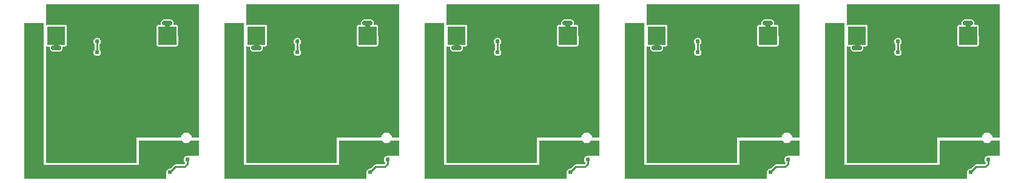
<source format=gbr>
G04 start of page 3 for group 1 idx 1 *
G04 Title: (unknown), bottom *
G04 Creator: pcb 20140316 *
G04 CreationDate: Sun 13 Sep 2020 05:46:49 PM GMT UTC *
G04 For: railfan *
G04 Format: Gerber/RS-274X *
G04 PCB-Dimensions (mil): 5600.00 1200.00 *
G04 PCB-Coordinate-Origin: lower left *
%MOIN*%
%FSLAX25Y25*%
%LNBOTTOM*%
%ADD35C,0.0390*%
%ADD34C,0.0120*%
%ADD33C,0.0310*%
%ADD32C,0.0240*%
%ADD31C,0.0250*%
%ADD30C,0.0100*%
%ADD29C,0.0001*%
G54D29*G36*
X122000Y19500D02*X204169D01*
X204078Y19422D01*
X204045Y19383D01*
X202155Y17494D01*
X202000Y17506D01*
X201686Y17481D01*
X201380Y17408D01*
X201089Y17288D01*
X200821Y17123D01*
X200581Y16919D01*
X200377Y16679D01*
X200212Y16411D01*
X200092Y16120D01*
X200019Y15814D01*
X199994Y15500D01*
X200000Y15422D01*
Y12000D01*
X122000D01*
Y19500D01*
G37*
G36*
X232000D02*X314169D01*
X314078Y19422D01*
X314045Y19383D01*
X312155Y17494D01*
X312000Y17506D01*
X311686Y17481D01*
X311380Y17408D01*
X311089Y17288D01*
X310821Y17123D01*
X310581Y16919D01*
X310377Y16679D01*
X310212Y16411D01*
X310092Y16120D01*
X310019Y15814D01*
X309994Y15500D01*
X310000Y15422D01*
Y12000D01*
X232000D01*
Y19500D01*
G37*
G36*
X452000D02*X534169D01*
X534078Y19422D01*
X534045Y19383D01*
X532155Y17494D01*
X532000Y17506D01*
X531686Y17481D01*
X531380Y17408D01*
X531089Y17288D01*
X530821Y17123D01*
X530581Y16919D01*
X530377Y16679D01*
X530212Y16411D01*
X530092Y16120D01*
X530019Y15814D01*
X529994Y15500D01*
X530000Y15422D01*
Y12000D01*
X452000D01*
Y19500D01*
G37*
G36*
X310512Y108000D02*X328000D01*
Y34500D01*
X323950D01*
X323923Y34963D01*
X323814Y35414D01*
X323637Y35843D01*
X323394Y36239D01*
X323092Y36592D01*
X322739Y36894D01*
X322343Y37137D01*
X321914Y37314D01*
X321463Y37423D01*
X321000Y37459D01*
X320537Y37423D01*
X320086Y37314D01*
X319657Y37137D01*
X319261Y36894D01*
X318908Y36592D01*
X318606Y36239D01*
X318363Y35843D01*
X318186Y35414D01*
X318077Y34963D01*
X318041Y34500D01*
X310512D01*
Y84752D01*
X315590Y84757D01*
X315743Y84794D01*
X315889Y84854D01*
X316023Y84936D01*
X316143Y85039D01*
X316245Y85158D01*
X316327Y85292D01*
X316387Y85438D01*
X316424Y85591D01*
X316433Y85748D01*
X316424Y95748D01*
X316387Y95901D01*
X316327Y96046D01*
X316245Y96180D01*
X316143Y96300D01*
X316023Y96402D01*
X315889Y96485D01*
X315743Y96545D01*
X315590Y96582D01*
X315433Y96591D01*
X313842Y96589D01*
X313956Y96865D01*
X314031Y97178D01*
X314056Y97500D01*
X314031Y97822D01*
X313956Y98135D01*
X313832Y98434D01*
X313664Y98709D01*
X313454Y98954D01*
X313209Y99164D01*
X312934Y99332D01*
X312635Y99456D01*
X312322Y99531D01*
X312000Y99550D01*
X310580D01*
X310512Y99555D01*
Y108000D01*
G37*
G36*
X271997D02*X310512D01*
Y99555D01*
X310500Y99556D01*
X310420Y99550D01*
X309000D01*
X308678Y99531D01*
X308365Y99456D01*
X308066Y99332D01*
X307791Y99164D01*
X307546Y98954D01*
X307336Y98709D01*
X307168Y98434D01*
X307044Y98135D01*
X306969Y97822D01*
X306944Y97500D01*
X306969Y97178D01*
X307044Y96865D01*
X307161Y96583D01*
X305433Y96582D01*
X305280Y96545D01*
X305135Y96485D01*
X305001Y96402D01*
X304881Y96300D01*
X304779Y96180D01*
X304697Y96046D01*
X304636Y95901D01*
X304600Y95748D01*
X304590Y95591D01*
X304600Y85591D01*
X304636Y85438D01*
X304697Y85292D01*
X304779Y85158D01*
X304881Y85039D01*
X305001Y84936D01*
X305135Y84854D01*
X305280Y84794D01*
X305433Y84757D01*
X305590Y84748D01*
X310512Y84752D01*
Y34500D01*
X293500D01*
Y20500D01*
X271997D01*
Y79494D01*
X272000Y79494D01*
X272314Y79519D01*
X272620Y79592D01*
X272911Y79712D01*
X273179Y79877D01*
X273419Y80081D01*
X273623Y80321D01*
X273788Y80589D01*
X273908Y80880D01*
X273981Y81186D01*
X274000Y81500D01*
X273981Y81814D01*
X273908Y82120D01*
X273788Y82411D01*
X273623Y82679D01*
X273419Y82919D01*
X273300Y83020D01*
Y85980D01*
X273419Y86081D01*
X273623Y86321D01*
X273788Y86589D01*
X273908Y86880D01*
X273981Y87186D01*
X274000Y87500D01*
X273981Y87814D01*
X273908Y88120D01*
X273788Y88411D01*
X273623Y88679D01*
X273419Y88919D01*
X273179Y89123D01*
X272911Y89288D01*
X272620Y89408D01*
X272314Y89481D01*
X272000Y89506D01*
X271997Y89506D01*
Y108000D01*
G37*
G36*
X244000D02*X271997D01*
Y89506D01*
X271686Y89481D01*
X271380Y89408D01*
X271089Y89288D01*
X270821Y89123D01*
X270581Y88919D01*
X270377Y88679D01*
X270212Y88411D01*
X270092Y88120D01*
X270019Y87814D01*
X269994Y87500D01*
X270019Y87186D01*
X270092Y86880D01*
X270212Y86589D01*
X270377Y86321D01*
X270581Y86081D01*
X270700Y85980D01*
Y83020D01*
X270581Y82919D01*
X270377Y82679D01*
X270212Y82411D01*
X270092Y82120D01*
X270019Y81814D01*
X269994Y81500D01*
X270019Y81186D01*
X270092Y80880D01*
X270212Y80589D01*
X270377Y80321D01*
X270581Y80081D01*
X270821Y79877D01*
X271089Y79712D01*
X271380Y79592D01*
X271686Y79519D01*
X271997Y79494D01*
Y20500D01*
X244000D01*
Y84922D01*
X244111Y84854D01*
X244257Y84794D01*
X244410Y84757D01*
X244567Y84748D01*
X246091Y84749D01*
X246044Y84635D01*
X245969Y84322D01*
X245944Y84000D01*
X245969Y83678D01*
X246044Y83365D01*
X246168Y83066D01*
X246336Y82791D01*
X246546Y82546D01*
X246791Y82336D01*
X247066Y82168D01*
X247365Y82044D01*
X247678Y81969D01*
X248000Y81950D01*
X249420D01*
X249500Y81944D01*
X249580Y81950D01*
X251000D01*
X251322Y81969D01*
X251635Y82044D01*
X251934Y82168D01*
X252209Y82336D01*
X252454Y82546D01*
X252664Y82791D01*
X252832Y83066D01*
X252956Y83365D01*
X253031Y83678D01*
X253056Y84000D01*
X253031Y84322D01*
X252956Y84635D01*
X252906Y84756D01*
X254567Y84757D01*
X254720Y84794D01*
X254865Y84854D01*
X254999Y84936D01*
X255119Y85039D01*
X255221Y85158D01*
X255303Y85292D01*
X255364Y85438D01*
X255400Y85591D01*
X255410Y85748D01*
X255400Y95748D01*
X255364Y95901D01*
X255303Y96046D01*
X255221Y96180D01*
X255119Y96300D01*
X254999Y96402D01*
X254865Y96485D01*
X254720Y96545D01*
X254567Y96582D01*
X254410Y96591D01*
X244410Y96582D01*
X244257Y96545D01*
X244111Y96485D01*
X244000Y96416D01*
Y108000D01*
G37*
G36*
X328000Y33000D02*Y24500D01*
X321578D01*
X321500Y24506D01*
X321422Y24500D01*
X295000D01*
Y33000D01*
X318459D01*
X318606Y32761D01*
X318908Y32408D01*
X319261Y32106D01*
X319657Y31863D01*
X320086Y31686D01*
X320537Y31577D01*
X321000Y31541D01*
X321463Y31577D01*
X321914Y31686D01*
X322343Y31863D01*
X322739Y32106D01*
X323092Y32408D01*
X323394Y32761D01*
X323541Y33000D01*
X328000D01*
G37*
G36*
X321500Y25500D02*Y24506D01*
X321186Y24481D01*
X320880Y24408D01*
X320589Y24288D01*
X320321Y24123D01*
X320081Y23919D01*
X319877Y23679D01*
X319712Y23411D01*
X319592Y23120D01*
X319519Y22814D01*
X319494Y22500D01*
X319519Y22186D01*
X319592Y21880D01*
X319712Y21589D01*
X319877Y21321D01*
X320081Y21081D01*
X320200Y20980D01*
Y20538D01*
X319462Y19800D01*
X315051D01*
X315000Y19804D01*
X314796Y19788D01*
X314597Y19740D01*
X314408Y19662D01*
X314234Y19555D01*
X314233Y19555D01*
X314078Y19422D01*
X314045Y19383D01*
X312162Y17500D01*
X312078D01*
X312000Y17506D01*
X311922Y17500D01*
X295000D01*
Y25500D01*
X321500D01*
G37*
G36*
X232000Y12000D02*Y97500D01*
X242500D01*
Y12000D01*
X232000D01*
G37*
G36*
X420512Y108000D02*X438000D01*
Y34500D01*
X433950D01*
X433923Y34963D01*
X433814Y35414D01*
X433637Y35843D01*
X433394Y36239D01*
X433092Y36592D01*
X432739Y36894D01*
X432343Y37137D01*
X431914Y37314D01*
X431463Y37423D01*
X431000Y37459D01*
X430537Y37423D01*
X430086Y37314D01*
X429657Y37137D01*
X429261Y36894D01*
X428908Y36592D01*
X428606Y36239D01*
X428363Y35843D01*
X428186Y35414D01*
X428077Y34963D01*
X428041Y34500D01*
X420512D01*
Y84752D01*
X425590Y84757D01*
X425743Y84794D01*
X425889Y84854D01*
X426023Y84936D01*
X426143Y85039D01*
X426245Y85158D01*
X426327Y85292D01*
X426387Y85438D01*
X426424Y85591D01*
X426433Y85748D01*
X426424Y95748D01*
X426387Y95901D01*
X426327Y96046D01*
X426245Y96180D01*
X426143Y96300D01*
X426023Y96402D01*
X425889Y96485D01*
X425743Y96545D01*
X425590Y96582D01*
X425433Y96591D01*
X423842Y96589D01*
X423956Y96865D01*
X424031Y97178D01*
X424056Y97500D01*
X424031Y97822D01*
X423956Y98135D01*
X423832Y98434D01*
X423664Y98709D01*
X423454Y98954D01*
X423209Y99164D01*
X422934Y99332D01*
X422635Y99456D01*
X422322Y99531D01*
X422000Y99550D01*
X420580D01*
X420512Y99555D01*
Y108000D01*
G37*
G36*
X381997D02*X420512D01*
Y99555D01*
X420500Y99556D01*
X420420Y99550D01*
X419000D01*
X418678Y99531D01*
X418365Y99456D01*
X418066Y99332D01*
X417791Y99164D01*
X417546Y98954D01*
X417336Y98709D01*
X417168Y98434D01*
X417044Y98135D01*
X416969Y97822D01*
X416944Y97500D01*
X416969Y97178D01*
X417044Y96865D01*
X417161Y96583D01*
X415433Y96582D01*
X415280Y96545D01*
X415135Y96485D01*
X415001Y96402D01*
X414881Y96300D01*
X414779Y96180D01*
X414697Y96046D01*
X414636Y95901D01*
X414600Y95748D01*
X414590Y95591D01*
X414600Y85591D01*
X414636Y85438D01*
X414697Y85292D01*
X414779Y85158D01*
X414881Y85039D01*
X415001Y84936D01*
X415135Y84854D01*
X415280Y84794D01*
X415433Y84757D01*
X415590Y84748D01*
X420512Y84752D01*
Y34500D01*
X403500D01*
Y20500D01*
X381997D01*
Y79494D01*
X382000Y79494D01*
X382314Y79519D01*
X382620Y79592D01*
X382911Y79712D01*
X383179Y79877D01*
X383419Y80081D01*
X383623Y80321D01*
X383788Y80589D01*
X383908Y80880D01*
X383981Y81186D01*
X384000Y81500D01*
X383981Y81814D01*
X383908Y82120D01*
X383788Y82411D01*
X383623Y82679D01*
X383419Y82919D01*
X383300Y83020D01*
Y85980D01*
X383419Y86081D01*
X383623Y86321D01*
X383788Y86589D01*
X383908Y86880D01*
X383981Y87186D01*
X384000Y87500D01*
X383981Y87814D01*
X383908Y88120D01*
X383788Y88411D01*
X383623Y88679D01*
X383419Y88919D01*
X383179Y89123D01*
X382911Y89288D01*
X382620Y89408D01*
X382314Y89481D01*
X382000Y89506D01*
X381997Y89506D01*
Y108000D01*
G37*
G36*
X354000D02*X381997D01*
Y89506D01*
X381686Y89481D01*
X381380Y89408D01*
X381089Y89288D01*
X380821Y89123D01*
X380581Y88919D01*
X380377Y88679D01*
X380212Y88411D01*
X380092Y88120D01*
X380019Y87814D01*
X379994Y87500D01*
X380019Y87186D01*
X380092Y86880D01*
X380212Y86589D01*
X380377Y86321D01*
X380581Y86081D01*
X380700Y85980D01*
Y83020D01*
X380581Y82919D01*
X380377Y82679D01*
X380212Y82411D01*
X380092Y82120D01*
X380019Y81814D01*
X379994Y81500D01*
X380019Y81186D01*
X380092Y80880D01*
X380212Y80589D01*
X380377Y80321D01*
X380581Y80081D01*
X380821Y79877D01*
X381089Y79712D01*
X381380Y79592D01*
X381686Y79519D01*
X381997Y79494D01*
Y20500D01*
X354000D01*
Y84922D01*
X354111Y84854D01*
X354257Y84794D01*
X354410Y84757D01*
X354567Y84748D01*
X356091Y84749D01*
X356044Y84635D01*
X355969Y84322D01*
X355944Y84000D01*
X355969Y83678D01*
X356044Y83365D01*
X356168Y83066D01*
X356336Y82791D01*
X356546Y82546D01*
X356791Y82336D01*
X357066Y82168D01*
X357365Y82044D01*
X357678Y81969D01*
X358000Y81950D01*
X359420D01*
X359500Y81944D01*
X359580Y81950D01*
X361000D01*
X361322Y81969D01*
X361635Y82044D01*
X361934Y82168D01*
X362209Y82336D01*
X362454Y82546D01*
X362664Y82791D01*
X362832Y83066D01*
X362956Y83365D01*
X363031Y83678D01*
X363056Y84000D01*
X363031Y84322D01*
X362956Y84635D01*
X362906Y84756D01*
X364567Y84757D01*
X364720Y84794D01*
X364865Y84854D01*
X364999Y84936D01*
X365119Y85039D01*
X365221Y85158D01*
X365303Y85292D01*
X365364Y85438D01*
X365400Y85591D01*
X365410Y85748D01*
X365400Y95748D01*
X365364Y95901D01*
X365303Y96046D01*
X365221Y96180D01*
X365119Y96300D01*
X364999Y96402D01*
X364865Y96485D01*
X364720Y96545D01*
X364567Y96582D01*
X364410Y96591D01*
X354410Y96582D01*
X354257Y96545D01*
X354111Y96485D01*
X354000Y96416D01*
Y108000D01*
G37*
G36*
X342000Y12000D02*Y97500D01*
X352500D01*
Y12000D01*
X342000D01*
G37*
G36*
Y19500D02*X424169D01*
X424078Y19422D01*
X424045Y19383D01*
X422155Y17494D01*
X422000Y17506D01*
X421686Y17481D01*
X421380Y17408D01*
X421089Y17288D01*
X420821Y17123D01*
X420581Y16919D01*
X420377Y16679D01*
X420212Y16411D01*
X420092Y16120D01*
X420019Y15814D01*
X419994Y15500D01*
X420000Y15422D01*
Y12000D01*
X342000D01*
Y19500D01*
G37*
G36*
X438000Y33000D02*Y24500D01*
X431578D01*
X431500Y24506D01*
X431422Y24500D01*
X405000D01*
Y33000D01*
X428459D01*
X428606Y32761D01*
X428908Y32408D01*
X429261Y32106D01*
X429657Y31863D01*
X430086Y31686D01*
X430537Y31577D01*
X431000Y31541D01*
X431463Y31577D01*
X431914Y31686D01*
X432343Y31863D01*
X432739Y32106D01*
X433092Y32408D01*
X433394Y32761D01*
X433541Y33000D01*
X438000D01*
G37*
G36*
X431500Y25500D02*Y24506D01*
X431186Y24481D01*
X430880Y24408D01*
X430589Y24288D01*
X430321Y24123D01*
X430081Y23919D01*
X429877Y23679D01*
X429712Y23411D01*
X429592Y23120D01*
X429519Y22814D01*
X429494Y22500D01*
X429519Y22186D01*
X429592Y21880D01*
X429712Y21589D01*
X429877Y21321D01*
X430081Y21081D01*
X430200Y20980D01*
Y20538D01*
X429462Y19800D01*
X425051D01*
X425000Y19804D01*
X424796Y19788D01*
X424597Y19740D01*
X424408Y19662D01*
X424234Y19555D01*
X424233Y19555D01*
X424078Y19422D01*
X424045Y19383D01*
X422162Y17500D01*
X422078D01*
X422000Y17506D01*
X421922Y17500D01*
X405000D01*
Y25500D01*
X431500D01*
G37*
G36*
X530512Y108000D02*X548000D01*
Y34500D01*
X543950D01*
X543923Y34963D01*
X543814Y35414D01*
X543637Y35843D01*
X543394Y36239D01*
X543092Y36592D01*
X542739Y36894D01*
X542343Y37137D01*
X541914Y37314D01*
X541463Y37423D01*
X541000Y37459D01*
X540537Y37423D01*
X540086Y37314D01*
X539657Y37137D01*
X539261Y36894D01*
X538908Y36592D01*
X538606Y36239D01*
X538363Y35843D01*
X538186Y35414D01*
X538077Y34963D01*
X538041Y34500D01*
X530512D01*
Y84752D01*
X535590Y84757D01*
X535743Y84794D01*
X535889Y84854D01*
X536023Y84936D01*
X536143Y85039D01*
X536245Y85158D01*
X536327Y85292D01*
X536387Y85438D01*
X536424Y85591D01*
X536433Y85748D01*
X536424Y95748D01*
X536387Y95901D01*
X536327Y96046D01*
X536245Y96180D01*
X536143Y96300D01*
X536023Y96402D01*
X535889Y96485D01*
X535743Y96545D01*
X535590Y96582D01*
X535433Y96591D01*
X533842Y96589D01*
X533956Y96865D01*
X534031Y97178D01*
X534056Y97500D01*
X534031Y97822D01*
X533956Y98135D01*
X533832Y98434D01*
X533664Y98709D01*
X533454Y98954D01*
X533209Y99164D01*
X532934Y99332D01*
X532635Y99456D01*
X532322Y99531D01*
X532000Y99550D01*
X530580D01*
X530512Y99555D01*
Y108000D01*
G37*
G36*
X491997D02*X530512D01*
Y99555D01*
X530500Y99556D01*
X530420Y99550D01*
X529000D01*
X528678Y99531D01*
X528365Y99456D01*
X528066Y99332D01*
X527791Y99164D01*
X527546Y98954D01*
X527336Y98709D01*
X527168Y98434D01*
X527044Y98135D01*
X526969Y97822D01*
X526944Y97500D01*
X526969Y97178D01*
X527044Y96865D01*
X527161Y96583D01*
X525433Y96582D01*
X525280Y96545D01*
X525135Y96485D01*
X525001Y96402D01*
X524881Y96300D01*
X524779Y96180D01*
X524697Y96046D01*
X524636Y95901D01*
X524600Y95748D01*
X524590Y95591D01*
X524600Y85591D01*
X524636Y85438D01*
X524697Y85292D01*
X524779Y85158D01*
X524881Y85039D01*
X525001Y84936D01*
X525135Y84854D01*
X525280Y84794D01*
X525433Y84757D01*
X525590Y84748D01*
X530512Y84752D01*
Y34500D01*
X513500D01*
Y20500D01*
X491997D01*
Y79494D01*
X492000Y79494D01*
X492314Y79519D01*
X492620Y79592D01*
X492911Y79712D01*
X493179Y79877D01*
X493419Y80081D01*
X493623Y80321D01*
X493788Y80589D01*
X493908Y80880D01*
X493981Y81186D01*
X494000Y81500D01*
X493981Y81814D01*
X493908Y82120D01*
X493788Y82411D01*
X493623Y82679D01*
X493419Y82919D01*
X493300Y83020D01*
Y85980D01*
X493419Y86081D01*
X493623Y86321D01*
X493788Y86589D01*
X493908Y86880D01*
X493981Y87186D01*
X494000Y87500D01*
X493981Y87814D01*
X493908Y88120D01*
X493788Y88411D01*
X493623Y88679D01*
X493419Y88919D01*
X493179Y89123D01*
X492911Y89288D01*
X492620Y89408D01*
X492314Y89481D01*
X492000Y89506D01*
X491997Y89506D01*
Y108000D01*
G37*
G36*
X464000D02*X491997D01*
Y89506D01*
X491686Y89481D01*
X491380Y89408D01*
X491089Y89288D01*
X490821Y89123D01*
X490581Y88919D01*
X490377Y88679D01*
X490212Y88411D01*
X490092Y88120D01*
X490019Y87814D01*
X489994Y87500D01*
X490019Y87186D01*
X490092Y86880D01*
X490212Y86589D01*
X490377Y86321D01*
X490581Y86081D01*
X490700Y85980D01*
Y83020D01*
X490581Y82919D01*
X490377Y82679D01*
X490212Y82411D01*
X490092Y82120D01*
X490019Y81814D01*
X489994Y81500D01*
X490019Y81186D01*
X490092Y80880D01*
X490212Y80589D01*
X490377Y80321D01*
X490581Y80081D01*
X490821Y79877D01*
X491089Y79712D01*
X491380Y79592D01*
X491686Y79519D01*
X491997Y79494D01*
Y20500D01*
X464000D01*
Y84922D01*
X464111Y84854D01*
X464257Y84794D01*
X464410Y84757D01*
X464567Y84748D01*
X466091Y84749D01*
X466044Y84635D01*
X465969Y84322D01*
X465944Y84000D01*
X465969Y83678D01*
X466044Y83365D01*
X466168Y83066D01*
X466336Y82791D01*
X466546Y82546D01*
X466791Y82336D01*
X467066Y82168D01*
X467365Y82044D01*
X467678Y81969D01*
X468000Y81950D01*
X469420D01*
X469500Y81944D01*
X469580Y81950D01*
X471000D01*
X471322Y81969D01*
X471635Y82044D01*
X471934Y82168D01*
X472209Y82336D01*
X472454Y82546D01*
X472664Y82791D01*
X472832Y83066D01*
X472956Y83365D01*
X473031Y83678D01*
X473056Y84000D01*
X473031Y84322D01*
X472956Y84635D01*
X472906Y84756D01*
X474567Y84757D01*
X474720Y84794D01*
X474865Y84854D01*
X474999Y84936D01*
X475119Y85039D01*
X475221Y85158D01*
X475303Y85292D01*
X475364Y85438D01*
X475400Y85591D01*
X475410Y85748D01*
X475400Y95748D01*
X475364Y95901D01*
X475303Y96046D01*
X475221Y96180D01*
X475119Y96300D01*
X474999Y96402D01*
X474865Y96485D01*
X474720Y96545D01*
X474567Y96582D01*
X474410Y96591D01*
X464410Y96582D01*
X464257Y96545D01*
X464111Y96485D01*
X464000Y96416D01*
Y108000D01*
G37*
G36*
X548000Y33000D02*Y24500D01*
X541578D01*
X541500Y24506D01*
X541422Y24500D01*
X515000D01*
Y33000D01*
X538459D01*
X538606Y32761D01*
X538908Y32408D01*
X539261Y32106D01*
X539657Y31863D01*
X540086Y31686D01*
X540537Y31577D01*
X541000Y31541D01*
X541463Y31577D01*
X541914Y31686D01*
X542343Y31863D01*
X542739Y32106D01*
X543092Y32408D01*
X543394Y32761D01*
X543541Y33000D01*
X548000D01*
G37*
G36*
X541500Y25500D02*Y24506D01*
X541186Y24481D01*
X540880Y24408D01*
X540589Y24288D01*
X540321Y24123D01*
X540081Y23919D01*
X539877Y23679D01*
X539712Y23411D01*
X539592Y23120D01*
X539519Y22814D01*
X539494Y22500D01*
X539519Y22186D01*
X539592Y21880D01*
X539712Y21589D01*
X539877Y21321D01*
X540081Y21081D01*
X540200Y20980D01*
Y20538D01*
X539462Y19800D01*
X535051D01*
X535000Y19804D01*
X534796Y19788D01*
X534597Y19740D01*
X534408Y19662D01*
X534234Y19555D01*
X534233Y19555D01*
X534078Y19422D01*
X534045Y19383D01*
X532162Y17500D01*
X532078D01*
X532000Y17506D01*
X531922Y17500D01*
X515000D01*
Y25500D01*
X541500D01*
G37*
G36*
X452000Y12000D02*Y97500D01*
X462500D01*
Y12000D01*
X452000D01*
G37*
G36*
X200512Y108000D02*X218000D01*
Y34500D01*
X213950D01*
X213923Y34963D01*
X213814Y35414D01*
X213637Y35843D01*
X213394Y36239D01*
X213092Y36592D01*
X212739Y36894D01*
X212343Y37137D01*
X211914Y37314D01*
X211463Y37423D01*
X211000Y37459D01*
X210537Y37423D01*
X210086Y37314D01*
X209657Y37137D01*
X209261Y36894D01*
X208908Y36592D01*
X208606Y36239D01*
X208363Y35843D01*
X208186Y35414D01*
X208077Y34963D01*
X208041Y34500D01*
X200512D01*
Y84752D01*
X205590Y84757D01*
X205743Y84794D01*
X205889Y84854D01*
X206023Y84936D01*
X206143Y85039D01*
X206245Y85158D01*
X206327Y85292D01*
X206387Y85438D01*
X206424Y85591D01*
X206433Y85748D01*
X206424Y95748D01*
X206387Y95901D01*
X206327Y96046D01*
X206245Y96180D01*
X206143Y96300D01*
X206023Y96402D01*
X205889Y96485D01*
X205743Y96545D01*
X205590Y96582D01*
X205433Y96591D01*
X203842Y96589D01*
X203956Y96865D01*
X204031Y97178D01*
X204056Y97500D01*
X204031Y97822D01*
X203956Y98135D01*
X203832Y98434D01*
X203664Y98709D01*
X203454Y98954D01*
X203209Y99164D01*
X202934Y99332D01*
X202635Y99456D01*
X202322Y99531D01*
X202000Y99550D01*
X200580D01*
X200512Y99555D01*
Y108000D01*
G37*
G36*
X161997D02*X200512D01*
Y99555D01*
X200500Y99556D01*
X200420Y99550D01*
X199000D01*
X198678Y99531D01*
X198365Y99456D01*
X198066Y99332D01*
X197791Y99164D01*
X197546Y98954D01*
X197336Y98709D01*
X197168Y98434D01*
X197044Y98135D01*
X196969Y97822D01*
X196944Y97500D01*
X196969Y97178D01*
X197044Y96865D01*
X197161Y96583D01*
X195433Y96582D01*
X195280Y96545D01*
X195135Y96485D01*
X195001Y96402D01*
X194881Y96300D01*
X194779Y96180D01*
X194697Y96046D01*
X194636Y95901D01*
X194600Y95748D01*
X194590Y95591D01*
X194600Y85591D01*
X194636Y85438D01*
X194697Y85292D01*
X194779Y85158D01*
X194881Y85039D01*
X195001Y84936D01*
X195135Y84854D01*
X195280Y84794D01*
X195433Y84757D01*
X195590Y84748D01*
X200512Y84752D01*
Y34500D01*
X183500D01*
Y20500D01*
X161997D01*
Y79494D01*
X162000Y79494D01*
X162314Y79519D01*
X162620Y79592D01*
X162911Y79712D01*
X163179Y79877D01*
X163419Y80081D01*
X163623Y80321D01*
X163788Y80589D01*
X163908Y80880D01*
X163981Y81186D01*
X164000Y81500D01*
X163981Y81814D01*
X163908Y82120D01*
X163788Y82411D01*
X163623Y82679D01*
X163419Y82919D01*
X163300Y83020D01*
Y85980D01*
X163419Y86081D01*
X163623Y86321D01*
X163788Y86589D01*
X163908Y86880D01*
X163981Y87186D01*
X164000Y87500D01*
X163981Y87814D01*
X163908Y88120D01*
X163788Y88411D01*
X163623Y88679D01*
X163419Y88919D01*
X163179Y89123D01*
X162911Y89288D01*
X162620Y89408D01*
X162314Y89481D01*
X162000Y89506D01*
X161997Y89506D01*
Y108000D01*
G37*
G36*
X134000D02*X161997D01*
Y89506D01*
X161686Y89481D01*
X161380Y89408D01*
X161089Y89288D01*
X160821Y89123D01*
X160581Y88919D01*
X160377Y88679D01*
X160212Y88411D01*
X160092Y88120D01*
X160019Y87814D01*
X159994Y87500D01*
X160019Y87186D01*
X160092Y86880D01*
X160212Y86589D01*
X160377Y86321D01*
X160581Y86081D01*
X160700Y85980D01*
Y83020D01*
X160581Y82919D01*
X160377Y82679D01*
X160212Y82411D01*
X160092Y82120D01*
X160019Y81814D01*
X159994Y81500D01*
X160019Y81186D01*
X160092Y80880D01*
X160212Y80589D01*
X160377Y80321D01*
X160581Y80081D01*
X160821Y79877D01*
X161089Y79712D01*
X161380Y79592D01*
X161686Y79519D01*
X161997Y79494D01*
Y20500D01*
X134000D01*
Y84922D01*
X134111Y84854D01*
X134257Y84794D01*
X134410Y84757D01*
X134567Y84748D01*
X136091Y84749D01*
X136044Y84635D01*
X135969Y84322D01*
X135944Y84000D01*
X135969Y83678D01*
X136044Y83365D01*
X136168Y83066D01*
X136336Y82791D01*
X136546Y82546D01*
X136791Y82336D01*
X137066Y82168D01*
X137365Y82044D01*
X137678Y81969D01*
X138000Y81950D01*
X139420D01*
X139500Y81944D01*
X139580Y81950D01*
X141000D01*
X141322Y81969D01*
X141635Y82044D01*
X141934Y82168D01*
X142209Y82336D01*
X142454Y82546D01*
X142664Y82791D01*
X142832Y83066D01*
X142956Y83365D01*
X143031Y83678D01*
X143056Y84000D01*
X143031Y84322D01*
X142956Y84635D01*
X142906Y84756D01*
X144567Y84757D01*
X144720Y84794D01*
X144865Y84854D01*
X144999Y84936D01*
X145119Y85039D01*
X145221Y85158D01*
X145303Y85292D01*
X145364Y85438D01*
X145400Y85591D01*
X145410Y85748D01*
X145400Y95748D01*
X145364Y95901D01*
X145303Y96046D01*
X145221Y96180D01*
X145119Y96300D01*
X144999Y96402D01*
X144865Y96485D01*
X144720Y96545D01*
X144567Y96582D01*
X144410Y96591D01*
X134410Y96582D01*
X134257Y96545D01*
X134111Y96485D01*
X134000Y96416D01*
Y108000D01*
G37*
G36*
X122000Y12000D02*Y97500D01*
X132500D01*
Y12000D01*
X122000D01*
G37*
G36*
X211500Y25500D02*Y24506D01*
X211186Y24481D01*
X210880Y24408D01*
X210589Y24288D01*
X210321Y24123D01*
X210081Y23919D01*
X209877Y23679D01*
X209712Y23411D01*
X209592Y23120D01*
X209519Y22814D01*
X209494Y22500D01*
X209519Y22186D01*
X209592Y21880D01*
X209712Y21589D01*
X209877Y21321D01*
X210081Y21081D01*
X210200Y20980D01*
Y20538D01*
X209462Y19800D01*
X205051D01*
X205000Y19804D01*
X204796Y19788D01*
X204597Y19740D01*
X204408Y19662D01*
X204234Y19555D01*
X204233Y19555D01*
X204078Y19422D01*
X204045Y19383D01*
X202162Y17500D01*
X202078D01*
X202000Y17506D01*
X201922Y17500D01*
X185000D01*
Y25500D01*
X211500D01*
G37*
G36*
X90512Y108000D02*X108000D01*
Y34500D01*
X103950D01*
X103923Y34963D01*
X103814Y35414D01*
X103637Y35843D01*
X103394Y36239D01*
X103092Y36592D01*
X102739Y36894D01*
X102343Y37137D01*
X101914Y37314D01*
X101463Y37423D01*
X101000Y37459D01*
X100537Y37423D01*
X100086Y37314D01*
X99657Y37137D01*
X99261Y36894D01*
X98908Y36592D01*
X98606Y36239D01*
X98363Y35843D01*
X98186Y35414D01*
X98077Y34963D01*
X98041Y34500D01*
X90512D01*
Y84752D01*
X95590Y84757D01*
X95743Y84794D01*
X95889Y84854D01*
X96023Y84936D01*
X96143Y85039D01*
X96245Y85158D01*
X96327Y85292D01*
X96387Y85438D01*
X96424Y85591D01*
X96433Y85748D01*
X96424Y95748D01*
X96387Y95901D01*
X96327Y96046D01*
X96245Y96180D01*
X96143Y96300D01*
X96023Y96402D01*
X95889Y96485D01*
X95743Y96545D01*
X95590Y96582D01*
X95433Y96591D01*
X93842Y96589D01*
X93956Y96865D01*
X94031Y97178D01*
X94056Y97500D01*
X94031Y97822D01*
X93956Y98135D01*
X93832Y98434D01*
X93664Y98709D01*
X93454Y98954D01*
X93209Y99164D01*
X92934Y99332D01*
X92635Y99456D01*
X92322Y99531D01*
X92000Y99550D01*
X90580D01*
X90512Y99555D01*
Y108000D01*
G37*
G36*
X51997D02*X90512D01*
Y99555D01*
X90500Y99556D01*
X90420Y99550D01*
X89000D01*
X88678Y99531D01*
X88365Y99456D01*
X88066Y99332D01*
X87791Y99164D01*
X87546Y98954D01*
X87336Y98709D01*
X87168Y98434D01*
X87044Y98135D01*
X86969Y97822D01*
X86944Y97500D01*
X86969Y97178D01*
X87044Y96865D01*
X87161Y96583D01*
X85433Y96582D01*
X85280Y96545D01*
X85135Y96485D01*
X85001Y96402D01*
X84881Y96300D01*
X84779Y96180D01*
X84697Y96046D01*
X84636Y95901D01*
X84600Y95748D01*
X84590Y95591D01*
X84600Y85591D01*
X84636Y85438D01*
X84697Y85292D01*
X84779Y85158D01*
X84881Y85039D01*
X85001Y84936D01*
X85135Y84854D01*
X85280Y84794D01*
X85433Y84757D01*
X85590Y84748D01*
X90512Y84752D01*
Y34500D01*
X73500D01*
Y20500D01*
X51997D01*
Y79494D01*
X52000Y79494D01*
X52314Y79519D01*
X52620Y79592D01*
X52911Y79712D01*
X53179Y79877D01*
X53419Y80081D01*
X53623Y80321D01*
X53788Y80589D01*
X53908Y80880D01*
X53981Y81186D01*
X54000Y81500D01*
X53981Y81814D01*
X53908Y82120D01*
X53788Y82411D01*
X53623Y82679D01*
X53419Y82919D01*
X53300Y83020D01*
Y85980D01*
X53419Y86081D01*
X53623Y86321D01*
X53788Y86589D01*
X53908Y86880D01*
X53981Y87186D01*
X54000Y87500D01*
X53981Y87814D01*
X53908Y88120D01*
X53788Y88411D01*
X53623Y88679D01*
X53419Y88919D01*
X53179Y89123D01*
X52911Y89288D01*
X52620Y89408D01*
X52314Y89481D01*
X52000Y89506D01*
X51997Y89506D01*
Y108000D01*
G37*
G36*
X24000D02*X51997D01*
Y89506D01*
X51686Y89481D01*
X51380Y89408D01*
X51089Y89288D01*
X50821Y89123D01*
X50581Y88919D01*
X50377Y88679D01*
X50212Y88411D01*
X50092Y88120D01*
X50019Y87814D01*
X49994Y87500D01*
X50019Y87186D01*
X50092Y86880D01*
X50212Y86589D01*
X50377Y86321D01*
X50581Y86081D01*
X50700Y85980D01*
Y83020D01*
X50581Y82919D01*
X50377Y82679D01*
X50212Y82411D01*
X50092Y82120D01*
X50019Y81814D01*
X49994Y81500D01*
X50019Y81186D01*
X50092Y80880D01*
X50212Y80589D01*
X50377Y80321D01*
X50581Y80081D01*
X50821Y79877D01*
X51089Y79712D01*
X51380Y79592D01*
X51686Y79519D01*
X51997Y79494D01*
Y20500D01*
X24000D01*
Y84922D01*
X24111Y84854D01*
X24257Y84794D01*
X24410Y84757D01*
X24567Y84748D01*
X26091Y84749D01*
X26044Y84635D01*
X25969Y84322D01*
X25944Y84000D01*
X25969Y83678D01*
X26044Y83365D01*
X26168Y83066D01*
X26336Y82791D01*
X26546Y82546D01*
X26791Y82336D01*
X27066Y82168D01*
X27365Y82044D01*
X27678Y81969D01*
X28000Y81950D01*
X29420D01*
X29500Y81944D01*
X29580Y81950D01*
X31000D01*
X31322Y81969D01*
X31635Y82044D01*
X31934Y82168D01*
X32209Y82336D01*
X32454Y82546D01*
X32664Y82791D01*
X32832Y83066D01*
X32956Y83365D01*
X33031Y83678D01*
X33056Y84000D01*
X33031Y84322D01*
X32956Y84635D01*
X32906Y84756D01*
X34567Y84757D01*
X34720Y84794D01*
X34865Y84854D01*
X34999Y84936D01*
X35119Y85039D01*
X35221Y85158D01*
X35303Y85292D01*
X35364Y85438D01*
X35400Y85591D01*
X35410Y85748D01*
X35400Y95748D01*
X35364Y95901D01*
X35303Y96046D01*
X35221Y96180D01*
X35119Y96300D01*
X34999Y96402D01*
X34865Y96485D01*
X34720Y96545D01*
X34567Y96582D01*
X34410Y96591D01*
X24410Y96582D01*
X24257Y96545D01*
X24111Y96485D01*
X24000Y96416D01*
Y108000D01*
G37*
G36*
X12000Y12000D02*Y97500D01*
X22500D01*
Y12000D01*
X12000D01*
G37*
G36*
Y19500D02*X94169D01*
X94078Y19422D01*
X94045Y19383D01*
X92155Y17494D01*
X92000Y17506D01*
X91686Y17481D01*
X91380Y17408D01*
X91089Y17288D01*
X90821Y17123D01*
X90581Y16919D01*
X90377Y16679D01*
X90212Y16411D01*
X90092Y16120D01*
X90019Y15814D01*
X89994Y15500D01*
X90000Y15422D01*
Y12000D01*
X12000D01*
Y19500D01*
G37*
G36*
X108000Y33000D02*Y24500D01*
X101578D01*
X101500Y24506D01*
X101422Y24500D01*
X75000D01*
Y33000D01*
X98459D01*
X98606Y32761D01*
X98908Y32408D01*
X99261Y32106D01*
X99657Y31863D01*
X100086Y31686D01*
X100537Y31577D01*
X101000Y31541D01*
X101463Y31577D01*
X101914Y31686D01*
X102343Y31863D01*
X102739Y32106D01*
X103092Y32408D01*
X103394Y32761D01*
X103541Y33000D01*
X108000D01*
G37*
G36*
X101500Y25500D02*Y24506D01*
X101186Y24481D01*
X100880Y24408D01*
X100589Y24288D01*
X100321Y24123D01*
X100081Y23919D01*
X99877Y23679D01*
X99712Y23411D01*
X99592Y23120D01*
X99519Y22814D01*
X99494Y22500D01*
X99519Y22186D01*
X99592Y21880D01*
X99712Y21589D01*
X99877Y21321D01*
X100081Y21081D01*
X100200Y20980D01*
Y20538D01*
X99462Y19800D01*
X95051D01*
X95000Y19804D01*
X94796Y19788D01*
X94597Y19740D01*
X94408Y19662D01*
X94234Y19555D01*
X94233Y19555D01*
X94078Y19422D01*
X94045Y19383D01*
X92162Y17500D01*
X92078D01*
X92000Y17506D01*
X91922Y17500D01*
X75000D01*
Y25500D01*
X101500D01*
G37*
G36*
X218000Y33000D02*Y24500D01*
X211578D01*
X211500Y24506D01*
X211422Y24500D01*
X185000D01*
Y33000D01*
X208459D01*
X208606Y32761D01*
X208908Y32408D01*
X209261Y32106D01*
X209657Y31863D01*
X210086Y31686D01*
X210537Y31577D01*
X211000Y31541D01*
X211463Y31577D01*
X211914Y31686D01*
X212343Y31863D01*
X212739Y32106D01*
X213092Y32408D01*
X213394Y32761D01*
X213541Y33000D01*
X218000D01*
G37*
G54D30*X162000Y81500D02*Y87500D01*
X272000Y81500D02*Y87500D01*
G54D31*X248000Y84000D02*X251000D01*
X249500D02*Y90669D01*
G54D30*X211500Y22500D02*Y20000D01*
X210000Y18500D01*
X205000D01*
X202000Y15500D01*
G54D31*X138000Y84000D02*X141000D01*
X139500D02*Y90669D01*
X199000Y97500D02*X202000D01*
X200500D02*X200512Y97488D01*
Y90669D01*
G54D30*X52000Y81500D02*Y87500D01*
G54D31*X28000Y84000D02*X31000D01*
X29500D02*Y90669D01*
G54D30*X101500Y22500D02*Y20000D01*
X100000Y18500D01*
X95000D01*
X92000Y15500D01*
G54D31*X89000Y97500D02*X92000D01*
X90500D02*X90512Y97488D01*
Y90669D01*
G54D30*X321500Y22500D02*Y20000D01*
X320000Y18500D01*
X315000D01*
X312000Y15500D01*
G54D31*X309000Y97500D02*X312000D01*
X419000D02*X422000D01*
X420500D02*X420512Y97488D01*
Y90669D01*
X310500Y97500D02*X310512Y97488D01*
Y90669D01*
G54D30*X382000Y81500D02*Y87500D01*
G54D31*X358000Y84000D02*X361000D01*
X359500D02*Y90669D01*
G54D30*X492000Y81500D02*Y87500D01*
G54D31*X468000Y84000D02*X471000D01*
X469500D02*Y90669D01*
G54D30*X431500Y22500D02*Y20000D01*
X430000Y18500D01*
X425000D01*
X422000Y15500D01*
X541500Y22500D02*Y20000D01*
X540000Y18500D01*
X535000D01*
X532000Y15500D01*
G54D31*X529000Y97500D02*X532000D01*
X530500D02*X530512Y97488D01*
Y90669D01*
G54D29*G36*
X195590Y95591D02*Y85748D01*
X205433D01*
Y95591D01*
X195590D01*
G37*
G36*
X134567D02*Y85748D01*
X144410D01*
Y95591D01*
X134567D01*
G37*
G36*
X85590D02*Y85748D01*
X95433D01*
Y95591D01*
X85590D01*
G37*
G36*
X24567D02*Y85748D01*
X34410D01*
Y95591D01*
X24567D01*
G37*
G36*
X305590D02*Y85748D01*
X315433D01*
Y95591D01*
X305590D01*
G37*
G36*
X244567D02*Y85748D01*
X254410D01*
Y95591D01*
X244567D01*
G37*
G36*
X415590D02*Y85748D01*
X425433D01*
Y95591D01*
X415590D01*
G37*
G36*
X354567D02*Y85748D01*
X364410D01*
Y95591D01*
X354567D01*
G37*
G36*
X525590D02*Y85748D01*
X535433D01*
Y95591D01*
X525590D01*
G37*
G36*
X464567D02*Y85748D01*
X474410D01*
Y95591D01*
X464567D01*
G37*
G54D32*X177500Y22000D03*
X186500Y31500D03*
X181500Y41000D03*
Y38000D03*
X215500Y37000D03*
X211500Y27500D03*
Y22500D03*
X203000Y31500D03*
X202000Y15500D03*
X253000Y49000D03*
X249500D03*
X246000D03*
Y45500D03*
Y42000D03*
Y38500D03*
X241500Y18000D03*
X237500D03*
X239500Y16000D03*
X287500Y22000D03*
X296500Y31500D03*
X291500Y41000D03*
Y38000D03*
X272000Y87500D03*
X312000Y97500D03*
X309000D03*
X248000Y84000D03*
X251000D03*
X234000Y95500D03*
Y92000D03*
Y88500D03*
X237500Y95500D03*
Y92000D03*
Y88500D03*
X40000Y74000D03*
Y70000D03*
Y66000D03*
X52000Y81500D03*
X76500Y79500D03*
X33000Y49000D03*
X29500D03*
X26000D03*
Y45500D03*
Y42000D03*
Y38500D03*
X21500Y18000D03*
X131500D03*
X127500D03*
X129500Y16000D03*
X17500Y18000D03*
X19500Y16000D03*
X67500Y22000D03*
X76500Y31500D03*
X71500Y41000D03*
Y38000D03*
X105500Y37000D03*
X101500Y27500D03*
X93000Y31500D03*
X101500Y22500D03*
X92000Y15500D03*
X52000Y87500D03*
X92000Y97500D03*
X89000D03*
X28000Y84000D03*
X31000D03*
X14000Y95500D03*
Y92000D03*
Y88500D03*
X17500Y95500D03*
Y92000D03*
Y88500D03*
X124000Y95500D03*
X202000Y97500D03*
X199000D03*
X127500Y95500D03*
X124000Y92000D03*
X127500D03*
X124000Y88500D03*
X186500Y79500D03*
X127500Y88500D03*
X150000Y74000D03*
X162000Y81500D03*
Y87500D03*
X150000Y70000D03*
Y66000D03*
X143000Y49000D03*
X139500D03*
X136000D03*
Y45500D03*
Y42000D03*
Y38500D03*
X138000Y84000D03*
X141000D03*
X260000Y74000D03*
Y70000D03*
Y66000D03*
X272000Y81500D03*
X296500Y79500D03*
X325500Y37000D03*
X321500Y27500D03*
X313000Y31500D03*
X321500Y22500D03*
X312000Y15500D03*
X359500Y49000D03*
X356000D03*
Y45500D03*
Y42000D03*
Y38500D03*
X351500Y18000D03*
X347500D03*
X349500Y16000D03*
X358000Y84000D03*
X361000D03*
X344000Y95500D03*
Y92000D03*
Y88500D03*
X347500Y95500D03*
Y92000D03*
Y88500D03*
X363000Y49000D03*
X397500Y22000D03*
X401500Y41000D03*
Y38000D03*
X370000Y74000D03*
X382000Y81500D03*
Y87500D03*
X370000Y70000D03*
Y66000D03*
X419000Y97500D03*
X406500Y79500D03*
X435500Y37000D03*
X431500Y27500D03*
X423000Y31500D03*
X431500Y22500D03*
X422000Y15500D03*
X406500Y31500D03*
X473000Y49000D03*
X469500D03*
X466000D03*
Y45500D03*
Y42000D03*
Y38500D03*
X461500Y18000D03*
X457500D03*
X459500Y16000D03*
X507500Y22000D03*
X532000Y15500D03*
X516500Y31500D03*
X545500Y37000D03*
X541500Y27500D03*
X533000Y31500D03*
X541500Y22500D03*
X511500Y41000D03*
Y38000D03*
X422000Y97500D03*
X532000D03*
X529000D03*
X480000Y74000D03*
Y70000D03*
Y66000D03*
X492000Y81500D03*
Y87500D03*
X468000Y84000D03*
X471000D03*
X516500Y79500D03*
X454000Y95500D03*
X457500D03*
X454000Y92000D03*
X457500D03*
X454000Y88500D03*
X457500D03*
G54D33*G54D34*G54D33*G54D34*G54D33*G54D34*G54D35*M02*

</source>
